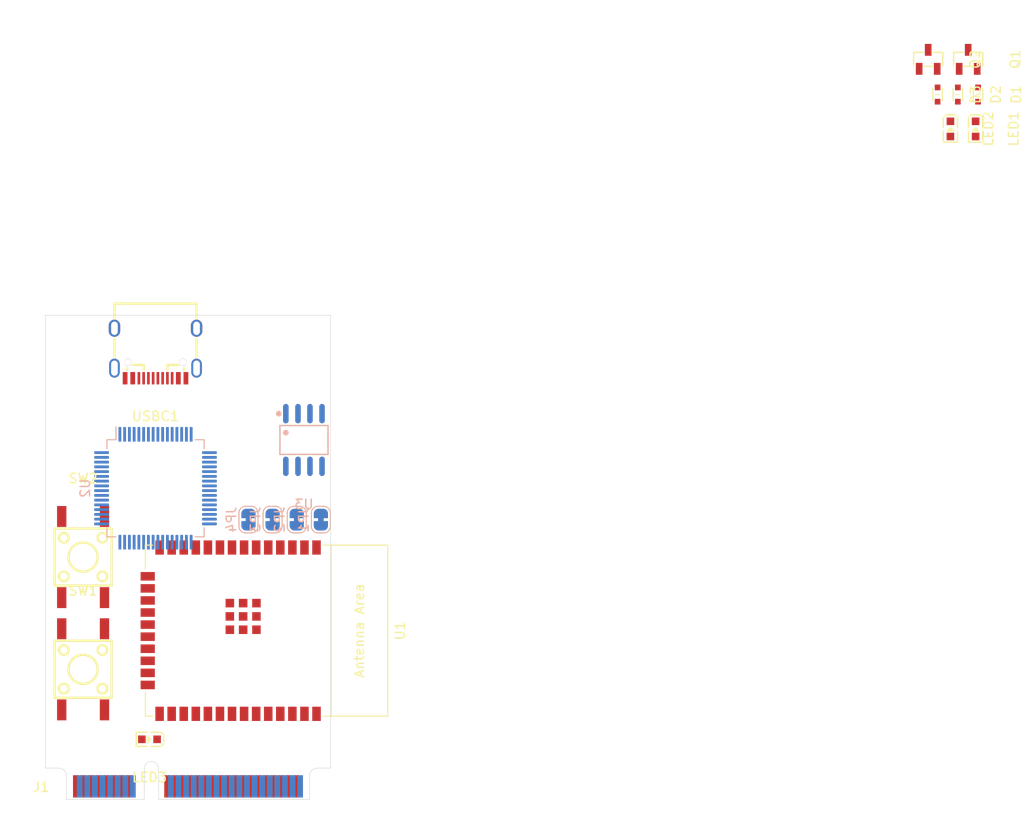
<source format=kicad_pcb>
(kicad_pcb (version 20221018) (generator pcbnew)
  (layers (0 "F.Cu" signal) (31 "B.Cu" signal) (34 "B.Paste" user) (35 "F.Paste" user) (36 "B.SilkS" user "B.Silkscreen") (37 "F.SilkS" user "F.Silkscreen") (38 "B.Mask" user) (39 "F.Mask" user) (44 "Edge.Cuts" user))
  (net 0 "")
  (net 1 "VBUS")
  (net 11 "D+")
  (net 12 "D-")
  (net 13 "FT_TCK")
  (net 20 "ESP_TCK")
  (net 22 "FT_TDI")
  (net 31 "ESP_TDI")
  (net 32 "FT_TDO")
  (net 35 "GND")
  (net 36 "Net-(U2-OSCI)")
  (net 37 "Net-(U2-OSCO)")
  (net 38 "ESP_TDO")
  (net 39 "FT_TMS")
  (net 40 "ESP_TMS")
  (net 41 "Net-(LED1-A)")
  (net 42 "Net-(LED1-C)")
  (net 43 "Net-(LED2-A)")
  (net 44 "Net-(LED2-C)")
  (net 45 "Net-(Q1-B)")
  (net 46 "FT_nRTS")
  (net 47 "ESP_EN")
  (net 48 "Net-(Q2-B)")
  (net 49 "FT_nDTR")
  (net 59 "ESP_IO0")
  (net 67 "ESP_RXD")
  (net 69 "ESP_TXD")
  (net 70 "Net-(U2-VPHY)")
  (net 75 "Net-(U2-REF)")
  (net 76 "Net-(U2-VPLL)")
  (net 79 "+1V8")
  (net 80 "Net-(U2-~{RESET})")
  (net 81 "+3V3")
  (net 84 "nSUSPEND")
  (net 85 "FT_TXD")
  (net 86 "FT_RXD")
  (net 87 "nPWRSAV")
  (net 88 "nPWREN")
  (net 89 "Net-(U2-EEDATA)")
  (net 90 "Net-(U2-EECLK)")
  (net 91 "Net-(U2-EECS)")
  (net 92 "Net-(USBC1-CC2)")
  (net 94 "Net-(USBC1-CC1)")
  (net 96 "Net-(LED3-A)")
  (net 97 "EECS")
  (net 98 "EECLK")
  (net 99 "EEDATA")
  (net 100 "Net-(U3-Q)")
  (net 101 "Net-(U3-DU)")
  (net 102 "Net-(U3-ORG)")
  (footprint "JLCPCB:SOD-523_L1.2-W0.8-LS1.6-BI" (layer "F.Cu") (at 198.115 82.145 -90)
    (fp_text reference "D3" (at 0 -4 90) (layer "F.SilkS"))
    (fp_text value "LESD5D5.0CT1G")
    (fp_line (start -0.65 -0.5) (end 0.65 -0.5) (stroke (width 0.13)) (layer "F.SilkS"))
    (fp_line (start -0.65 0.5) (end 0.65 0.5) (stroke (width 0.13)) (layer "F.SilkS"))
    (fp_line (start 0 -0.23) (end 0 0.25) (stroke (width 0.1)) (layer "F.SilkS"))
    (pad "1" smd rect (at -0.75 0 270) (size 0.6 0.6) (layers "F.Cu" "F.Paste" "F.Mask") (net 35 "GND"))
    (pad "2" smd rect (at 0.75 0 90) (size 0.6 0.6) (layers "F.Cu" "F.Paste" "F.Mask") (net 12 "D-"))
  )
  (footprint "JLCPCB:KEY-SMD_4P-L6.0-W6.0-P4.50-LS9.5-BL" (layer "F.Cu") (at 108.204 142.621)
    (fp_text reference "SW1" (at 0 -8.27) (layer "F.SilkS"))
    (fp_text value "K2-1102SP-C4SC-04")
    (fp_line (start -3 -3) (end 3 -3) (stroke (width 0.25)) (layer "F.SilkS"))
    (fp_line (start -3 3) (end -3 -3) (stroke (width 0.25)) (layer "F.SilkS"))
    (fp_line (start 3 -3) (end 3 3) (stroke (width 0.25)) (layer "F.SilkS"))
    (fp_line (start 3 3) (end -3 3) (stroke (width 0.25)) (layer "F.SilkS"))
    (fp_circle (center -2.03 -2.03) (end -1.52 -2.03) (stroke (width 0.25)) (fill none) (layer "F.SilkS"))
    (fp_circle (center -2.03 2.03) (end -1.52 2.03) (stroke (width 0.25)) (fill none) (layer "F.SilkS"))
    (fp_circle (center 0 0) (end 1.53 0) (stroke (width 0.25)) (fill none) (layer "F.SilkS"))
    (fp_circle (center 2.03 -2.03) (end 2.54 -2.03) (stroke (width 0.25)) (fill none) (layer "F.SilkS"))
    (fp_circle (center 2.03 2.03) (end 2.54 2.03) (stroke (width 0.25)) (fill none) (layer "F.SilkS"))
    (pad "1" smd rect (at -2.25 4.27) (size 0.98 2.2) (layers "F.Cu" "F.Paste" "F.Mask"))
    (pad "2" smd rect (at -2.25 -4.27) (size 0.98 2.2) (layers "F.Cu" "F.Paste" "F.Mask") (net 59 "ESP_IO0"))
    (pad "3" smd rect (at 2.25 4.27) (size 0.98 2.2) (layers "F.Cu" "F.Paste" "F.Mask"))
    (pad "4" smd rect (at 2.25 -4.27) (size 0.98 2.2) (layers "F.Cu" "F.Paste" "F.Mask") (net 35 "GND"))
  )
  (footprint "JLCPCB:LED0603-RD" (layer "F.Cu") (at 199.465 85.76 -90)
    (fp_text reference "LED2" (at 0 -4 90) (layer "F.SilkS"))
    (fp_text value "19-217/BHC-ZL1M2RY/3T")
    (fp_line (start -1.49 -0.45) (end -1.19 -0.75) (stroke (width 0.15)) (layer "F.SilkS"))
    (fp_line (start -1.49 -0.35) (end -1.49 -0.45) (stroke (width 0.15)) (layer "F.SilkS"))
    (fp_line (start -1.49 -0.35) (end -1.49 0.35) (stroke (width 0.15)) (layer "F.SilkS"))
    (fp_line (start -1.49 0.35) (end -1.49 0.45) (stroke (width 0.15)) (layer "F.SilkS"))
    (fp_line (start -1.49 0.45) (end -1.19 0.75) (stroke (width 0.15)) (layer "F.SilkS"))
    (fp_line (start -0.14 -0.75) (end -1.19 -0.75) (stroke (width 0.15)) (layer "F.SilkS"))
    (fp_line (start -0.14 0.75) (end -1.19 0.75) (stroke (width 0.15)) (layer "F.SilkS"))
    (fp_line (start 0.21 0.33) (end -0.12 0) (stroke (width 0.15)) (layer "F.SilkS"))
    (fp_line (start 0.22 -0.35) (end 0.22 -0.34) (stroke (width 0.15)) (layer "F.SilkS"))
    (fp_line (start 0.22 -0.35) (end 0.22 0.33) (stroke (width 0.15)) (layer "F.SilkS"))
    (fp_line (start 0.22 -0.34) (end -0.12 0) (stroke (width 0.15)) (layer "F.SilkS"))
    (fp_line (start 0.22 0) (end -0.12 0) (stroke (width 0.15)) (layer "F.SilkS"))
    (fp_line (start 0.22 0.33) (end 0.21 0.33) (stroke (width 0.15)) (layer "F.SilkS"))
    (fp_line (start 0.24 -0.75) (end 1.39 -0.75) (stroke (width 0.15)) (layer "F.SilkS"))
    (fp_line (start 0.24 0.75) (end 1.39 0.75) (stroke (width 0.15)) (layer "F.SilkS"))
    (fp_line (start 1.39 -0.75) (end 1.39 0.73) (stroke (width 0.15)) (layer "F.SilkS"))
    (pad "1" smd rect (at -0.8 0) (size 0.8 0.8) (layers "F.Cu" "F.Paste" "F.Mask") (net 44 "Net-(LED2-C)"))
    (pad "2" smd rect (at 0.8 0) (size 0.8 0.8) (layers "F.Cu" "F.Paste" "F.Mask") (net 43 "Net-(LED2-A)"))
  )
  (footprint "JLCPCB:LED0603-RD" (layer "F.Cu") (at 115.189 149.987 180)
    (fp_text reference "LED3" (at 0 -4) (layer "F.SilkS"))
    (fp_text value "19-217/BHC-ZL1M2RY/3T")
    (fp_line (start -1.49 -0.45) (end -1.19 -0.75) (stroke (width 0.15)) (layer "F.SilkS"))
    (fp_line (start -1.49 -0.35) (end -1.49 -0.45) (stroke (width 0.15)) (layer "F.SilkS"))
    (fp_line (start -1.49 -0.35) (end -1.49 0.35) (stroke (width 0.15)) (layer "F.SilkS"))
    (fp_line (start -1.49 0.35) (end -1.49 0.45) (stroke (width 0.15)) (layer "F.SilkS"))
    (fp_line (start -1.49 0.45) (end -1.19 0.75) (stroke (width 0.15)) (layer "F.SilkS"))
    (fp_line (start -0.14 -0.75) (end -1.19 -0.75) (stroke (width 0.15)) (layer "F.SilkS"))
    (fp_line (start -0.14 0.75) (end -1.19 0.75) (stroke (width 0.15)) (layer "F.SilkS"))
    (fp_line (start 0.21 0.33) (end -0.12 0) (stroke (width 0.15)) (layer "F.SilkS"))
    (fp_line (start 0.22 -0.35) (end 0.22 -0.34) (stroke (width 0.15)) (layer "F.SilkS"))
    (fp_line (start 0.22 -0.35) (end 0.22 0.33) (stroke (width 0.15)) (layer "F.SilkS"))
    (fp_line (start 0.22 -0.34) (end -0.12 0) (stroke (width 0.15)) (layer "F.SilkS"))
    (fp_line (start 0.22 0) (end -0.12 0) (stroke (width 0.15)) (layer "F.SilkS"))
    (fp_line (start 0.22 0.33) (end 0.21 0.33) (stroke (width 0.15)) (layer "F.SilkS"))
    (fp_line (start 0.24 -0.75) (end 1.39 -0.75) (stroke (width 0.15)) (layer "F.SilkS"))
    (fp_line (start 0.24 0.75) (end 1.39 0.75) (stroke (width 0.15)) (layer "F.SilkS"))
    (fp_line (start 1.39 -0.75) (end 1.39 0.73) (stroke (width 0.15)) (layer "F.SilkS"))
    (pad "1" smd rect (at -0.8 0 270) (size 0.8 0.8) (layers "F.Cu" "F.Paste" "F.Mask") (net 59 "ESP_IO0"))
    (pad "2" smd rect (at 0.8 0 270) (size 0.8 0.8) (layers "F.Cu" "F.Paste" "F.Mask") (net 96 "Net-(LED3-A)"))
  )
  (footprint "JLCPCB:LED0603-RD" (layer "F.Cu") (at 202.115 85.76 -90)
    (fp_text reference "LED1" (at 0 -4 90) (layer "F.SilkS"))
    (fp_text value "19-217/BHC-ZL1M2RY/3T")
    (fp_line (start -1.49 -0.45) (end -1.19 -0.75) (stroke (width 0.15)) (layer "F.SilkS"))
    (fp_line (start -1.49 -0.35) (end -1.49 -0.45) (stroke (width 0.15)) (layer "F.SilkS"))
    (fp_line (start -1.49 -0.35) (end -1.49 0.35) (stroke (width 0.15)) (layer "F.SilkS"))
    (fp_line (start -1.49 0.35) (end -1.49 0.45) (stroke (width 0.15)) (layer "F.SilkS"))
    (fp_line (start -1.49 0.45) (end -1.19 0.75) (stroke (width 0.15)) (layer "F.SilkS"))
    (fp_line (start -0.14 -0.75) (end -1.19 -0.75) (stroke (width 0.15)) (layer "F.SilkS"))
    (fp_line (start -0.14 0.75) (end -1.19 0.75) (stroke (width 0.15)) (layer "F.SilkS"))
    (fp_line (start 0.21 0.33) (end -0.12 0) (stroke (width 0.15)) (layer "F.SilkS"))
    (fp_line (start 0.22 -0.35) (end 0.22 -0.34) (stroke (width 0.15)) (layer "F.SilkS"))
    (fp_line (start 0.22 -0.35) (end 0.22 0.33) (stroke (width 0.15)) (layer "F.SilkS"))
    (fp_line (start 0.22 -0.34) (end -0.12 0) (stroke (width 0.15)) (layer "F.SilkS"))
    (fp_line (start 0.22 0) (end -0.12 0) (stroke (width 0.15)) (layer "F.SilkS"))
    (fp_line (start 0.22 0.33) (end 0.21 0.33) (stroke (width 0.15)) (layer "F.SilkS"))
    (fp_line (start 0.24 -0.75) (end 1.39 -0.75) (stroke (width 0.15)) (layer "F.SilkS"))
    (fp_line (start 0.24 0.75) (end 1.39 0.75) (stroke (width 0.15)) (layer "F.SilkS"))
    (fp_line (start 1.39 -0.75) (end 1.39 0.73) (stroke (width 0.15)) (layer "F.SilkS"))
    (pad "1" smd rect (at -0.8 0) (size 0.8 0.8) (layers "F.Cu" "F.Paste" "F.Mask") (net 42 "Net-(LED1-C)"))
    (pad "2" smd rect (at 0.8 0) (size 0.8 0.8) (layers "F.Cu" "F.Paste" "F.Mask") (net 41 "Net-(LED1-A)"))
  )
  (footprint "Espressif:ESP32-WROOM-32E" (layer "F.Cu") (at 125.754 138.557 -90)
    (fp_text reference "U1" (at 0 -15.8 90) (layer "F.SilkS"))
    (fp_text value "ESP32-WROOM-E")
    (fp_text user "Antenna Area" (at 0 -11.5 90) (layer "F.SilkS"))
    (fp_line (start -9 -14.5) (end -9 -7.75) (stroke (width 0.12)) (layer "F.SilkS"))
    (fp_line (start -9 -14.5) (end 9 -14.5) (stroke (width 0.12)) (layer "F.SilkS"))
    (fp_line (start -9 10.25) (end -9 11) (stroke (width 0.12)) (layer "F.SilkS"))
    (fp_line (start -9 11) (end -8.25 11) (stroke (width 0.12)) (layer "F.SilkS"))
    (fp_line (start -8.25 11) (end -6.5 11) (stroke (width 0.12)) (layer "F.SilkS"))
    (fp_line (start 8.25 11) (end 6.5 11) (stroke (width 0.12)) (layer "F.SilkS"))
    (fp_line (start 9 -14.5) (end 9 -7.75) (stroke (width 0.12)) (layer "F.SilkS"))
    (fp_line (start 9 -8.56) (end -9 -8.56) (stroke (width 0.12)) (layer "F.SilkS"))
    (fp_line (start 9 10.25) (end 9 11) (stroke (width 0.12)) (layer "F.SilkS"))
    (fp_line (start 9 11) (end 8.25 11) (stroke (width 0.12)) (layer "F.SilkS"))
    (pad "1" smd rect (at -8.75 -7.01 270) (size 1.5 0.9) (layers "F.Cu" "F.Paste" "F.Mask") (net 35 "GND"))
    (pad "2" smd rect (at -8.75 -5.74 270) (size 1.5 0.9) (layers "F.Cu" "F.Paste" "F.Mask") (net 81 "+3V3"))
    (pad "3" smd rect (at -8.75 -4.47 270) (size 1.5 0.9) (layers "F.Cu" "F.Paste" "F.Mask") (net 47 "ESP_EN"))
    (pad "4" smd rect (at -8.75 -3.2 270) (size 1.5 0.9) (layers "F.Cu" "F.Paste" "F.Mask"))
    (pad "5" smd rect (at -8.75 -1.93 270) (size 1.5 0.9) (layers "F.Cu" "F.Paste" "F.Mask"))
    (pad "6" smd rect (at -8.75 -0.66 270) (size 1.5 0.9) (layers "F.Cu" "F.Paste" "F.Mask"))
    (pad "7" smd rect (at -8.75 0.61 270) (size 1.5 0.9) (layers "F.Cu" "F.Paste" "F.Mask"))
    (pad "8" smd rect (at -8.75 1.88 270) (size 1.5 0.9) (layers "F.Cu" "F.Paste" "F.Mask"))
    (pad "9" smd rect (at -8.75 3.15 270) (size 1.5 0.9) (layers "F.Cu" "F.Paste" "F.Mask"))
    (pad "10" smd rect (at -8.75 4.42 270) (size 1.5 0.9) (layers "F.Cu" "F.Paste" "F.Mask"))
    (pad "11" smd rect (at -8.75 5.69 270) (size 1.5 0.9) (layers "F.Cu" "F.Paste" "F.Mask"))
    (pad "12" smd rect (at -8.75 6.96 270) (size 1.5 0.9) (layers "F.Cu" "F.Paste" "F.Mask"))
    (pad "13" smd rect (at -8.75 8.23 270) (size 1.5 0.9) (layers "F.Cu" "F.Paste" "F.Mask") (net 40 "ESP_TMS"))
    (pad "14" smd rect (at -8.75 9.5 270) (size 1.5 0.9) (layers "F.Cu" "F.Paste" "F.Mask") (net 31 "ESP_TDI"))
    (pad "15" smd rect (at -5.72 10.75) (size 1.5 0.9) (layers "F.Cu" "F.Paste" "F.Mask") (net 35 "GND"))
    (pad "16" smd rect (at -4.45 10.75) (size 1.5 0.9) (layers "F.Cu" "F.Paste" "F.Mask") (net 20 "ESP_TCK"))
    (pad "17" smd rect (at -3.18 10.75) (size 1.5 0.9) (layers "F.Cu" "F.Paste" "F.Mask"))
    (pad "18" smd rect (at -1.91 10.75) (size 1.5 0.9) (layers "F.Cu" "F.Paste" "F.Mask"))
    (pad "19" smd rect (at -0.64 10.75) (size 1.5 0.9) (layers "F.Cu" "F.Paste" "F.Mask"))
    (pad "20" smd rect (at 0.63 10.75) (size 1.5 0.9) (layers "F.Cu" "F.Paste" "F.Mask"))
    (pad "21" smd rect (at 1.9 10.75) (size 1.5 0.9) (layers "F.Cu" "F.Paste" "F.Mask"))
    (pad "22" smd rect (at 3.17 10.75) (size 1.5 0.9) (layers "F.Cu" "F.Paste" "F.Mask"))
    (pad "23" smd rect (at 4.44 10.75) (size 1.5 0.9) (layers "F.Cu" "F.Paste" "F.Mask") (net 38 "ESP_TDO"))
    (pad "24" smd rect (at 5.71 10.75) (size 1.5 0.9) (layers "F.Cu" "F.Paste" "F.Mask"))
    (pad "25" smd rect (at 8.75 9.5 90) (size 1.5 0.9) (layers "F.Cu" "F.Paste" "F.Mask") (net 59 "ESP_IO0"))
    (pad "26" smd rect (at 8.75 8.23 90) (size 1.5 0.9) (layers "F.Cu" "F.Paste" "F.Mask"))
    (pad "27" smd rect (at 8.75 6.96 90) (size 1.5 0.9) (layers "F.Cu" "F.Paste" "F.Mask"))
    (pad "28" smd rect (at 8.75 5.69 90) (size 1.5 0.9) (layers "F.Cu" "F.Paste" "F.Mask"))
    (pad "29" smd rect (at 8.75 4.42 90) (size 1.5 0.9) (layers "F.Cu" "F.Paste" "F.Mask"))
    (pad "30" smd rect (at 8.75 3.15 90) (size 1.5 0.9) (layers "F.Cu" "F.Paste" "F.Mask"))
    (pad "31" smd rect (at 8.75 1.88 90) (size 1.5 0.9) (layers "F.Cu" "F.Paste" "F.Mask"))
    (pad "32" smd rect (at 8.75 0.61 90) (size 1.5 0.9) (layers "F.Cu" "F.Paste" "F.Mask"))
    (pad "33" smd rect (at 8.75 -0.66 90) (size 1.5 0.9) (layers "F.Cu" "F.Paste" "F.Mask"))
    (pad "34" smd rect (at 8.75 -1.93 90) (size 1.5 0.9) (layers "F.Cu" "F.Paste" "F.Mask") (net 67 "ESP_RXD"))
    (pad "35" smd rect (at 8.75 -3.2 90) (size 1.5 0.9) (layers "F.Cu" "F.Paste" "F.Mask") (net 69 "ESP_TXD"))
    (pad "36" smd rect (at 8.75 -4.47 90) (size 1.5 0.9) (layers "F.Cu" "F.Paste" "F.Mask"))
    (pad "37" smd rect (at 8.75 -5.74 90) (size 1.5 0.9) (layers "F.Cu" "F.Paste" "F.Mask"))
    (pad "38" smd rect (at 8.75 -7.01 90) (size 1.5 0.9) (layers "F.Cu" "F.Paste" "F.Mask") (net 35 "GND"))
    (pad "39" smd rect (at -2.9 -0.69 90) (size 0.9 0.9) (layers "F.Cu" "F.Paste" "F.Mask") (net 35 "GND"))
    (pad "39" smd rect (at -2.9 0.71 90) (size 0.9 0.9) (layers "F.Cu" "F.Paste" "F.Mask") (net 35 "GND"))
    (pad "39" smd rect (at -2.9 2.11 90) (size 0.9 0.9) (layers "F.Cu" "F.Paste" "F.Mask") (net 35 "GND"))
    (pad "39" smd rect (at -1.5 -0.69 90) (size 0.9 0.9) (layers "F.Cu" "F.Paste" "F.Mask") (net 35 "GND"))
    (pad "39" smd rect (at -1.5 0.71 90) (size 0.9 0.9) (layers "F.Cu" "F.Paste" "F.Mask") (net 35 "GND"))
    (pad "39" smd rect (at -1.5 2.11 90) (size 0.9 0.9) (layers "F.Cu" "F.Paste" "F.Mask") (net 35 "GND"))
    (pad "39" smd rect (at -0.1 -0.69 90) (size 0.9 0.9) (layers "F.Cu" "F.Paste" "F.Mask") (net 35 "GND"))
    (pad "39" smd rect (at -0.1 0.71 90) (size 0.9 0.9) (layers "F.Cu" "F.Paste" "F.Mask") (net 35 "GND"))
    (pad "39" smd rect (at -0.1 2.11 90) (size 0.9 0.9) (layers "F.Cu" "F.Paste" "F.Mask") (net 35 "GND"))
  )
  (footprint "JLCPCB:SOD-523_L1.2-W0.8-LS1.6-BI" (layer "F.Cu") (at 200.245 82.145 -90)
    (fp_text reference "D2" (at 0 -4 90) (layer "F.SilkS"))
    (fp_text value "LESD5D5.0CT1G")
    (fp_line (start -0.65 -0.5) (end 0.65 -0.5) (stroke (width 0.13)) (layer "F.SilkS"))
    (fp_line (start -0.65 0.5) (end 0.65 0.5) (stroke (width 0.13)) (layer "F.SilkS"))
    (fp_line (start 0 -0.23) (end 0 0.25) (stroke (width 0.1)) (layer "F.SilkS"))
    (pad "1" smd rect (at -0.75 0 270) (size 0.6 0.6) (layers "F.Cu" "F.Paste" "F.Mask") (net 35 "GND"))
    (pad "2" smd rect (at 0.75 0 90) (size 0.6 0.6) (layers "F.Cu" "F.Paste" "F.Mask") (net 11 "D+"))
  )
  (footprint "JLCPCB:USB-C-SMD_TYPE-C-USB-17" (layer "F.Cu") (at 115.824 109.3635 180)
    (fp_text reference "USBC1" (at 0 -6.63) (layer "F.SilkS"))
    (fp_text value "USB3.1C16PFSMT")
    (fp_line (start -4.32 1.48) (end -4.32 -0.33) (stroke (width 0.25)) (layer "F.SilkS"))
    (fp_line (start -4.32 5.22) (end -4.32 3.75) (stroke (width 0.25)) (layer "F.SilkS"))
    (fp_line (start -3 -1.59) (end -3 -1.75) (stroke (width 0.25)) (layer "F.SilkS"))
    (fp_line (start -2.36 -1.23) (end -1.25 -1.23) (stroke (width 0.25)) (layer "F.SilkS"))
    (fp_line (start -1.25 -1.23) (end -1.25 -1.75) (stroke (width 0.25)) (layer "F.SilkS"))
    (fp_line (start 1.25 -1.23) (end 1.25 -1.75) (stroke (width 0.25)) (layer "F.SilkS"))
    (fp_line (start 1.25 -1.23) (end 2.36 -1.23) (stroke (width 0.25)) (layer "F.SilkS"))
    (fp_line (start 3 -1.59) (end 3 -1.75) (stroke (width 0.25)) (layer "F.SilkS"))
    (fp_line (start 4.32 1.48) (end 4.32 -0.33) (stroke (width 0.25)) (layer "F.SilkS"))
    (fp_line (start 4.32 5.22) (end -4.32 5.22) (stroke (width 0.25)) (layer "F.SilkS"))
    (fp_line (start 4.32 5.22) (end 4.32 3.75) (stroke (width 0.25)) (layer "F.SilkS"))
    (pad "" thru_hole circle (at -2.89 -0.96 180) (size 0.75 0.75) (drill 0.75) (layers "*.Cu" "*.Mask"))
    (pad "" thru_hole circle (at 2.89 -0.96 180) (size 0.75 0.75) (drill 0.75) (layers "*.Cu" "*.Mask"))
    (pad "0" thru_hole oval (at -4.32 -1.57 180) (size 1.1 2) (drill oval 0.700024 1.600022) (layers "*.Cu" "*.Paste" "*.Mask") (net 35 "GND"))
    (pad "0" thru_hole oval (at -4.32 2.63 180) (size 1.2 1.8) (drill oval 0.700024 1.399997) (layers "*.Cu" "*.Paste" "*.Mask") (net 35 "GND"))
    (pad "0" thru_hole oval (at 4.32 -1.57 180) (size 1.1 2) (drill oval 0.700024 1.599971) (layers "*.Cu" "*.Paste" "*.Mask") (net 35 "GND"))
    (pad "0" thru_hole oval (at 4.32 2.63 180) (size 1.2 1.8) (drill oval 0.700024 1.399997) (layers "*.Cu" "*.Paste" "*.Mask") (net 35 "GND"))
    (pad "A1" smd rect (at -3.2 -2.63 180) (size 0.5 1.3) (layers "F.Cu" "F.Paste" "F.Mask") (net 35 "GND"))
    (pad "A4" smd rect (at -2.4 -2.63 180) (size 0.5 1.3) (layers "F.Cu" "F.Paste" "F.Mask") (net 1 "VBUS"))
    (pad "A5" smd rect (at -1.25 -2.63 180) (size 0.28 1.3) (layers "F.Cu" "F.Paste" "F.Mask") (net 94 "Net-(USBC1-CC1)"))
    (pad "A6" smd rect (at -0.25 -2.63 180) (size 0.28 1.3) (layers "F.Cu" "F.Paste" "F.Mask") (net 11 "D+"))
    (pad "A7" smd rect (at 0.25 -2.63 180) (size 0.28 1.3) (layers "F.Cu" "F.Paste" "F.Mask") (net 12 "D-"))
    (pad "A8" smd rect (at 1.25 -2.63 180) (size 0.28 1.3) (layers "F.Cu" "F.Paste" "F.Mask"))
    (pad "A9" smd rect (at 2.4 -2.63 180) (size 0.5 1.3) (layers "F.Cu" "F.Paste" "F.Mask") (net 1 "VBUS"))
    (pad "A12" smd rect (at 3.2 -2.63 180) (size 0.5 1.3) (layers "F.Cu" "F.Paste" "F.Mask") (net 35 "GND"))
    (pad "B5" smd rect (at 1.75 -2.63 180) (size 0.28 1.3) (layers "F.Cu" "F.Paste" "F.Mask") (net 92 "Net-(USBC1-CC2)"))
    (pad "B6" smd rect (at 0.75 -2.63 180) (size 0.28 1.3) (layers "F.Cu" "F.Paste" "F.Mask") (net 11 "D+"))
    (pad "B7" smd rect (at -0.75 -2.63 180) (size 0.28 1.3) (layers "F.Cu" "F.Paste" "F.Mask") (net 12 "D-"))
    (pad "B8" smd rect (at -1.75 -2.63 180) (size 0.28 1.3) (layers "F.Cu" "F.Paste" "F.Mask"))
  )
  (footprint "mpcie:mini-PCIe_F1_Full" (layer "F.Cu") (at 115.392 156.315)
    (fp_text reference "J1" (at -11.6 -1.3) (layer "F.SilkS"))
    (fp_text value "Conn_02x26_Odd_Even")
    (fp_line (start -11.15 -50.95) (end 18.85 -50.95) (stroke (width 0.05)) (layer "Edge.Cuts"))
    (fp_line (start -11.15 -3.3) (end -11.15 -50.95) (stroke (width 0.05)) (layer "Edge.Cuts"))
    (fp_line (start -11.15 -3.3) (end -9.75 -3.3) (stroke (width 0.05)) (layer "Edge.Cuts"))
    (fp_line (start -8.95 0) (end -8.95 -2.5) (stroke (width 0.05)) (layer "Edge.Cuts"))
    (fp_line (start -0.75 0) (end -8.95 0) (stroke (width 0.05)) (layer "Edge.Cuts"))
    (fp_line (start -0.75 0) (end -0.75 -3.25) (stroke (width 0.05)) (layer "Edge.Cuts"))
    (fp_line (start 0.75 0) (end 0.75 -3.25) (stroke (width 0.05)) (layer "Edge.Cuts"))
    (fp_line (start 0.75 0) (end 16.65 0) (stroke (width 0.05)) (layer "Edge.Cuts"))
    (fp_line (start 16.65 0) (end 16.65 -2.5) (stroke (width 0.05)) (layer "Edge.Cuts"))
    (fp_line (start 17.45 -3.3) (end 18.85 -3.3) (stroke (width 0.05)) (layer "Edge.Cuts"))
    (fp_line (start 18.85 -3.3) (end 18.85 -50.95) (stroke (width 0.05)) (layer "Edge.Cuts"))
    (fp_arc (start -9.75 -3.3) (mid -9.184315 -3.065685) (end -8.95 -2.5) (stroke (width 0.05)) (layer "Edge.Cuts"))
    (fp_arc (start -0.75 -3.25) (mid 0 -4) (end 0.75 -3.25) (stroke (width 0.05)) (layer "Edge.Cuts"))
    (fp_arc (start 16.65 -2.5) (mid 16.884315 -3.065685) (end 17.45 -3.3) (stroke (width 0.05)) (layer "Edge.Cuts"))
    (pad "" np_thru_hole circle (at -8.25 -48.05) (size 2.6 2.6) (drill 2.6) (layers "*.Cu"))
    (pad "" np_thru_hole circle (at 15.95 -48.05) (size 2.6 2.6) (drill 2.6) (layers "*.Cu"))
    (pad "1" smd rect (at -7.95 -1.375) (size 0.6 2.35) (layers "F.Cu" "F.Mask"))
    (pad "2" smd rect (at -7.55 -1.375) (size 0.6 2.35) (layers "B.Cu" "B.Mask"))
    (pad "3" smd rect (at -7.15 -1.375) (size 0.6 2.35) (layers "F.Cu" "F.Mask"))
    (pad "4" smd rect (at -6.75 -1.375) (size 0.6 2.35) (layers "B.Cu" "B.Mask"))
    (pad "5" smd rect (at -6.35 -1.375) (size 0.6 2.35) (layers "F.Cu" "F.Mask"))
    (pad "6" smd rect (at -5.95 -1.375) (size 0.6 2.35) (layers "B.Cu" "B.Mask"))
    (pad "7" smd rect (at -5.55 -1.375) (size 0.6 2.35) (layers "F.Cu" "F.Mask"))
    (pad "8" smd rect (at -5.15 -1.375) (size 0.6 2.35) (layers "B.Cu" "B.Mask"))
    (pad "9" smd rect (at -4.75 -1.375) (size 0.6 2.35) (layers "F.Cu" "F.Mask"))
    (pad "10" smd rect (at -4.35 -1.375) (size 0.6 2.35) (layers "B.Cu" "B.Mask"))
    (pad "11" smd rect (at -3.95 -1.375) (size 0.6 2.35) (layers "F.Cu" "F.Mask"))
    (pad "12" smd rect (at -3.55 -1.375) (size 0.6 2.35) (layers "B.Cu" "B.Mask"))
    (pad "13" smd rect (at -3.15 -1.375) (size 0.6 2.35) (layers "F.Cu" "F.Mask"))
    (pad "14" smd rect (at -2.75 -1.375) (size 0.6 2.35) (layers "B.Cu" "B.Mask"))
    (pad "15" smd rect (at -2.35 -1.375) (size 0.6 2.35) (layers "F.Cu" "F.Mask"))
    (pad "16" smd rect (at -1.95 -1.375) (size 0.6 2.35) (layers "B.Cu" "B.Mask"))
    (pad "17" smd rect (at 1.65 -1.375) (size 0.6 2.35) (layers "F.Cu" "F.Mask"))
    (pad "18" smd rect (at 2.05 -1.375) (size 0.6 2.35) (layers "B.Cu" "B.Mask"))
    (pad "19" smd rect (at 2.45 -1.375) (size 0.6 2.35) (layers "F.Cu" "F.Mask"))
    (pad "20" smd rect (at 2.85 -1.375) (size 0.6 2.35) (layers "B.Cu" "B.Mask"))
    (pad "21" smd rect (at 3.25 -1.375) (size 0.6 2.35) (layers "F.Cu" "F.Mask"))
    (pad "22" smd rect (at 3.65 -1.375) (size 0.6 2.35) (layers "B.Cu" "B.Mask"))
    (pad "23" smd rect (at 4.05 -1.375) (size 0.6 2.35) (layers "F.Cu" "F.Mask"))
    (pad "24" smd rect (at 4.45 -1.375) (size 0.6 2.35) (layers "B.Cu" "B.Mask"))
    (pad "25" smd rect (at 4.85 -1.375) (size 0.6 2.35) (layers "F.Cu" "F.Mask"))
    (pad "26" smd rect (at 5.25 -1.375) (size 0.6 2.35) (layers "B.Cu" "B.Mask"))
    (pad "27" smd rect (at 5.65 -1.375) (size 0.6 2.35) (layers "F.Cu" "F.Mask"))
    (pad "28" smd rect (at 6.05 -1.375) (size 0.6 2.35) (layers "B.Cu" "B.Mask"))
    (pad "29" smd rect (at 6.45 -1.375) (size 0.6 2.35) (layers "F.Cu" "F.Mask"))
    (pad "30" smd rect (at 6.85 -1.375) (size 0.6 2.35) (layers "B.Cu" "B.Mask"))
    (pad "31" smd rect (at 7.25 -1.375) (size 0.6 2.35) (layers "F.Cu" "F.Mask"))
    (pad "32" smd rect (at 7.65 -1.375) (size 0.6 2.35) (layers "B.Cu" "B.Mask"))
    (pad "33" smd rect (at 8.05 -1.375) (size 0.6 2.35) (layers "F.Cu" "F.Mask"))
    (pad "34" smd rect (at 8.45 -1.375) (size 0.6 2.35) (layers "B.Cu" "B.Mask"))
    (pad "35" smd rect (at 8.85 -1.375) (size 0.6 2.35) (layers "F.Cu" "F.Mask"))
    (pad "36" smd rect (at 9.25 -1.375) (size 0.6 2.35) (layers "B.Cu" "B.Mask"))
    (pad "37" smd rect (at 9.65 -1.375) (size 0.6 2.35) (layers "F.Cu" "F.Mask"))
    (pad "38" smd rect (at 10.05 -1.375) (size 0.6 2.35) (layers "B.Cu" "B.Mask"))
    (pad "39" smd rect (at 10.45 -1.375) (size 0.6 2.35) (layers "F.Cu" "F.Mask"))
    (pad "40" smd rect (at 10.85 -1.375) (size 0.6 2.35) (layers "B.Cu" "B.Mask"))
    (pad "41" smd rect (at 11.25 -1.375) (size 0.6 2.35) (layers "F.Cu" "F.Mask"))
    (pad "42" smd rect (at 11.65 -1.375) (size 0.6 2.35) (layers "B.Cu" "B.Mask"))
    (pad "43" smd rect (at 12.05 -1.375) (size 0.6 2.35) (layers "F.Cu" "F.Mask"))
    (pad "44" smd rect (at 12.45 -1.375) (size 0.6 2.35) (layers "B.Cu" "B.Mask"))
    (pad "45" smd rect (at 12.85 -1.375) (size 0.6 2.35) (layers "F.Cu" "F.Mask"))
    (pad "46" smd rect (at 13.25 -1.375) (size 0.6 2.35) (layers "B.Cu" "B.Mask"))
    (pad "47" smd rect (at 13.65 -1.375) (size 0.6 2.35) (layers "F.Cu" "F.Mask"))
    (pad "48" smd rect (at 14.05 -1.375) (size 0.6 2.35) (layers "B.Cu" "B.Mask"))
    (pad "49" smd rect (at 14.45 -1.375) (size 0.6 2.35) (layers "F.Cu" "F.Mask"))
    (pad "50" smd rect (at 14.85 -1.375) (size 0.6 2.35) (layers "B.Cu" "B.Mask"))
    (pad "51" smd rect (at 15.25 -1.375) (size 0.6 2.35) (layers "F.Cu" "F.Mask"))
    (pad "52" smd rect (at 15.65 -1.375) (size 0.6 2.35) (layers "B.Cu" "B.Mask"))
  )
  (footprint "JLCPCB:SOT-23-3_L2.9-W1.3-P1.90-LS2.4-BR" (layer "F.Cu") (at 197.125 78.44 -90)
    (fp_text reference "Q2" (at 0 -4.95 90) (layer "F.SilkS"))
    (fp_text value "S8050_C139514")
    (fp_line (start -0.73 -1.53) (end -0.73 -0.49) (stroke (width 0.15)) (layer "F.SilkS"))
    (fp_line (start -0.73 1.53) (end -0.73 0.49) (stroke (width 0.15)) (layer "F.SilkS"))
    (fp_line (start 0.73 -1.53) (end -0.73 -1.53) (stroke (width 0.15)) (layer "F.SilkS"))
    (fp_line (start 0.73 -0.46) (end 0.73 0.46) (stroke (width 0.15)) (layer "F.SilkS"))
    (fp_line (start 0.73 1.53) (end -0.73 1.53) (stroke (width 0.15)) (layer "F.SilkS"))
    (pad "1" smd rect (at 1 0.95 270) (size 1.25 0.7) (layers "F.Cu" "F.Paste" "F.Mask") (net 48 "Net-(Q2-B)"))
    (pad "2" smd rect (at 1 -0.95 270) (size 1.25 0.7) (layers "F.Cu" "F.Paste" "F.Mask") (net 49 "FT_nDTR"))
    (pad "3" smd rect (at -1 0 270) (size 1.25 0.7) (layers "F.Cu" "F.Paste" "F.Mask") (net 59 "ESP_IO0"))
  )
  (footprint "JLCPCB:KEY-SMD_4P-L6.0-W6.0-P4.50-LS9.5-BL" (layer "F.Cu") (at 108.204 130.81)
    (fp_text reference "SW2" (at 0 -8.27) (layer "F.SilkS"))
    (fp_text value "K2-1102SP-C4SC-04")
    (fp_line (start -3 -3) (end 3 -3) (stroke (width 0.25)) (layer "F.SilkS"))
    (fp_line (start -3 3) (end -3 -3) (stroke (width 0.25)) (layer "F.SilkS"))
    (fp_line (start 3 -3) (end 3 3) (stroke (width 0.25)) (layer "F.SilkS"))
    (fp_line (start 3 3) (end -3 3) (stroke (width 0.25)) (layer "F.SilkS"))
    (fp_circle (center -2.03 -2.03) (end -1.52 -2.03) (stroke (width 0.25)) (fill none) (layer "F.SilkS"))
    (fp_circle (center -2.03 2.03) (end -1.52 2.03) (stroke (width 0.25)) (fill none) (layer "F.SilkS"))
    (fp_circle (center 0 0) (end 1.53 0) (stroke (width 0.25)) (fill none) (layer "F.SilkS"))
    (fp_circle (center 2.03 -2.03) (end 2.54 -2.03) (stroke (width 0.25)) (fill none) (layer "F.SilkS"))
    (fp_circle (center 2.03 2.03) (end 2.54 2.03) (stroke (width 0.25)) (fill none) (layer "F.SilkS"))
    (pad "1" smd rect (at -2.25 4.27) (size 0.98 2.2) (layers "F.Cu" "F.Paste" "F.Mask"))
    (pad "2" smd rect (at -2.25 -4.27) (size 0.98 2.2) (layers "F.Cu" "F.Paste" "F.Mask") (net 47 "ESP_EN"))
    (pad "3" smd rect (at 2.25 4.27) (size 0.98 2.2) (layers "F.Cu" "F.Paste" "F.Mask"))
    (pad "4" smd rect (at 2.25 -4.27) (size 0.98 2.2) (layers "F.Cu" "F.Paste" "F.Mask") (net 35 "GND"))
  )
  (footprint "JLCPCB:SOD-523_L1.2-W0.8-LS1.6-BI" (layer "F.Cu") (at 202.375 82.145 -90)
    (fp_text reference "D1" (at 0 -4 90) (layer "F.SilkS"))
    (fp_text value "LESD5D5.0CT1G")
    (fp_line (start -0.65 -0.5) (end 0.65 -0.5) (stroke (width 0.13)) (layer "F.SilkS"))
    (fp_line (start -0.65 0.5) (end 0.65 0.5) (stroke (width 0.13)) (layer "F.SilkS"))
    (fp_line (start 0 -0.23) (end 0 0.25) (stroke (width 0.1)) (layer "F.SilkS"))
    (pad "1" smd rect (at -0.75 0 270) (size 0.6 0.6) (layers "F.Cu" "F.Paste" "F.Mask") (net 35 "GND"))
    (pad "2" smd rect (at 0.75 0 90) (size 0.6 0.6) (layers "F.Cu" "F.Paste" "F.Mask") (net 1 "VBUS"))
  )
  (footprint "JLCPCB:SOT-23-3_L2.9-W1.3-P1.90-LS2.4-BR" (layer "F.Cu") (at 201.335 78.44 -90)
    (fp_text reference "Q1" (at 0 -4.95 90) (layer "F.SilkS"))
    (fp_text value "S8050_C139514")
    (fp_line (start -0.73 -1.53) (end -0.73 -0.49) (stroke (width 0.15)) (layer "F.SilkS"))
    (fp_line (start -0.73 1.53) (end -0.73 0.49) (stroke (width 0.15)) (layer "F.SilkS"))
    (fp_line (start 0.73 -1.53) (end -0.73 -1.53) (stroke (width 0.15)) (layer "F.SilkS"))
    (fp_line (start 0.73 -0.46) (end 0.73 0.46) (stroke (width 0.15)) (layer "F.SilkS"))
    (fp_line (start 0.73 1.53) (end -0.73 1.53) (stroke (width 0.15)) (layer "F.SilkS"))
    (pad "1" smd rect (at 1 0.95 270) (size 1.25 0.7) (layers "F.Cu" "F.Paste" "F.Mask") (net 45 "Net-(Q1-B)"))
    (pad "2" smd rect (at 1 -0.95 270) (size 1.25 0.7) (layers "F.Cu" "F.Paste" "F.Mask") (net 46 "FT_nRTS"))
    (pad "3" smd rect (at -1 0 270) (size 1.25 0.7) (layers "F.Cu" "F.Paste" "F.Mask") (net 47 "ESP_EN"))
  )
  (footprint "Jumper:SolderJumper-2_P1.3mm_Bridged_RoundedPad1.0x1.5mm" (layer "B.Cu") (at 128.143 126.873 -90)
    (fp_text reference "JP3" (at 0 1.8 90) (layer "B.SilkS") (effects (justify mirror)))
    (fp_text value "SolderJumper_2_Bridged")
    (fp_poly (pts (xy 0.25 0.3) (xy -0.25 0.3) (xy -0.25 -0.3) (xy 0.25 -0.3)) (fill solid) (layer "B.Cu"))
    (fp_line (start -1.4 -0.3) (end -1.4 0.3) (stroke (width 0.12)) (layer "B.SilkS"))
    (fp_line (start -0.7 1) (end 0.7 1) (stroke (width 0.12)) (layer "B.SilkS"))
    (fp_line (start 0.7 -1) (end -0.7 -1) (stroke (width 0.12)) (layer "B.SilkS"))
    (fp_line (start 1.4 0.3) (end 1.4 -0.3) (stroke (width 0.12)) (layer "B.SilkS"))
    (fp_arc (start -1.4 -0.3) (mid -1.194975 -0.794975) (end -0.7 -1) (stroke (width 0.12)) (layer "B.SilkS"))
    (fp_arc (start -0.7 1) (mid -1.194975 0.794975) (end -1.4 0.3) (stroke (width 0.12)) (layer "B.SilkS"))
    (fp_arc (start 0.7 -1) (mid 1.194975 -0.794975) (end 1.4 -0.3) (stroke (width 0.12)) (layer "B.SilkS"))
    (fp_arc (start 1.4 0.3) (mid 1.194975 0.794975) (end 0.7 1) (stroke (width 0.12)) (layer "B.SilkS"))
    (pad "1" smd custom (at -0.65 0 270) (size 1 0.5) (layers "B.Cu" "B.Mask") (net 32 "FT_TDO") (options (clearance outline) (anchor rect)) (primitives (gr_circle (center 0 -0.25) (end 0.5 -0.25) (width 0) (fill yes)) (gr_circle (center 0 0.25) (end 0.5 0.25) (width 0) (fill yes)) (gr_poly (pts (xy 0.5 -0.75) (xy 0 -0.75) (xy 0 0.75) (xy 0.5 0.75)) (width 0) (fill yes))))
    (pad "2" smd custom (at 0.65 0 270) (size 1 0.5) (layers "B.Cu" "B.Mask") (net 38 "ESP_TDO") (options (clearance outline) (anchor rect)) (primitives (gr_circle (center 0 -0.25) (end 0.5 -0.25) (width 0) (fill yes)) (gr_circle (center 0 0.25) (end 0.5 0.25) (width 0) (fill yes)) (gr_poly (pts (xy 0 -0.75) (xy -0.5 -0.75) (xy -0.5 0.75) (xy 0 0.75)) (width 0) (fill yes))))
  )
  (footprint "Jumper:SolderJumper-2_P1.3mm_Bridged_RoundedPad1.0x1.5mm" (layer "B.Cu") (at 125.603 126.873 -90)
    (fp_text reference "JP4" (at 0 1.8 90) (layer "B.SilkS") (effects (justify mirror)))
    (fp_text value "SolderJumper_2_Bridged")
    (fp_poly (pts (xy 0.25 0.3) (xy -0.25 0.3) (xy -0.25 -0.3) (xy 0.25 -0.3)) (fill solid) (layer "B.Cu"))
    (fp_line (start -1.4 -0.3) (end -1.4 0.3) (stroke (width 0.12)) (layer "B.SilkS"))
    (fp_line (start -0.7 1) (end 0.7 1) (stroke (width 0.12)) (layer "B.SilkS"))
    (fp_line (start 0.7 -1) (end -0.7 -1) (stroke (width 0.12)) (layer "B.SilkS"))
    (fp_line (start 1.4 0.3) (end 1.4 -0.3) (stroke (width 0.12)) (layer "B.SilkS"))
    (fp_arc (start -1.4 -0.3) (mid -1.194975 -0.794975) (end -0.7 -1) (stroke (width 0.12)) (layer "B.SilkS"))
    (fp_arc (start -0.7 1) (mid -1.194975 0.794975) (end -1.4 0.3) (stroke (width 0.12)) (layer "B.SilkS"))
    (fp_arc (start 0.7 -1) (mid 1.194975 -0.794975) (end 1.4 -0.3) (stroke (width 0.12)) (layer "B.SilkS"))
    (fp_arc (start 1.4 0.3) (mid 1.194975 0.794975) (end 0.7 1) (stroke (width 0.12)) (layer "B.SilkS"))
    (pad "1" smd custom (at -0.65 0 270) (size 1 0.5) (layers "B.Cu" "B.Mask") (net 39 "FT_TMS") (options (clearance outline) (anchor rect)) (primitives (gr_circle (center 0 -0.25) (end 0.5 -0.25) (width 0) (fill yes)) (gr_circle (center 0 0.25) (end 0.5 0.25) (width 0) (fill yes)) (gr_poly (pts (xy 0.5 -0.75) (xy 0 -0.75) (xy 0 0.75) (xy 0.5 0.75)) (width 0) (fill yes))))
    (pad "2" smd custom (at 0.65 0 270) (size 1 0.5) (layers "B.Cu" "B.Mask") (net 40 "ESP_TMS") (options (clearance outline) (anchor rect)) (primitives (gr_circle (center 0 -0.25) (end 0.5 -0.25) (width 0) (fill yes)) (gr_circle (center 0 0.25) (end 0.5 0.25) (width 0) (fill yes)) (gr_poly (pts (xy 0 -0.75) (xy -0.5 -0.75) (xy -0.5 0.75) (xy 0 0.75)) (width 0) (fill yes))))
  )
  (footprint "Package_QFP:LQFP-64_10x10mm_P0.5mm" (layer "B.Cu") (at 115.824 123.571 -90)
    (fp_text reference "U2" (at 0 7.4 90) (layer "B.SilkS") (effects (justify mirror)))
    (fp_text value "FT2232HL")
    (fp_line (start -5.11 -5.11) (end -5.11 -4.16) (stroke (width 0.12)) (layer "B.SilkS"))
    (fp_line (start -5.11 4.16) (end -6.45 4.16) (stroke (width 0.12)) (layer "B.SilkS"))
    (fp_line (start -5.11 5.11) (end -5.11 4.16) (stroke (width 0.12)) (layer "B.SilkS"))
    (fp_line (start -4.16 -5.11) (end -5.11 -5.11) (stroke (width 0.12)) (layer "B.SilkS"))
    (fp_line (start -4.16 5.11) (end -5.11 5.11) (stroke (width 0.12)) (layer "B.SilkS"))
    (fp_line (start 4.16 -5.11) (end 5.11 -5.11) (stroke (width 0.12)) (layer "B.SilkS"))
    (fp_line (start 4.16 5.11) (end 5.11 5.11) (stroke (width 0.12)) (layer "B.SilkS"))
    (fp_line (start 5.11 -5.11) (end 5.11 -4.16) (stroke (width 0.12)) (layer "B.SilkS"))
    (fp_line (start 5.11 5.11) (end 5.11 4.16) (stroke (width 0.12)) (layer "B.SilkS"))
    (pad "1" smd roundrect (at -5.675 3.75 270) (size 1.55 0.3) (layers "B.Cu" "B.Paste" "B.Mask") (net 35 "GND"))
    (pad "2" smd roundrect (at -5.675 3.25 270) (size 1.55 0.3) (layers "B.Cu" "B.Paste" "B.Mask") (net 36 "Net-(U2-OSCI)"))
    (pad "3" smd roundrect (at -5.675 2.75 270) (size 1.55 0.3) (layers "B.Cu" "B.Paste" "B.Mask") (net 37 "Net-(U2-OSCO)"))
    (pad "4" smd roundrect (at -5.675 2.25 270) (size 1.55 0.3) (layers "B.Cu" "B.Paste" "B.Mask") (net 70 "Net-(U2-VPHY)"))
    (pad "5" smd roundrect (at -5.675 1.75 270) (size 1.55 0.3) (layers "B.Cu" "B.Paste" "B.Mask") (net 35 "GND"))
    (pad "6" smd roundrect (at -5.675 1.25 270) (size 1.55 0.3) (layers "B.Cu" "B.Paste" "B.Mask") (net 75 "Net-(U2-REF)"))
    (pad "7" smd roundrect (at -5.675 0.75 270) (size 1.55 0.3) (layers "B.Cu" "B.Paste" "B.Mask") (net 12 "D-"))
    (pad "8" smd roundrect (at -5.675 0.25 270) (size 1.55 0.3) (layers "B.Cu" "B.Paste" "B.Mask") (net 11 "D+"))
    (pad "9" smd roundrect (at -5.675 -0.25 270) (size 1.55 0.3) (layers "B.Cu" "B.Paste" "B.Mask") (net 76 "Net-(U2-VPLL)"))
    (pad "10" smd roundrect (at -5.675 -0.75 270) (size 1.55 0.3) (layers "B.Cu" "B.Paste" "B.Mask") (net 35 "GND"))
    (pad "11" smd roundrect (at -5.675 -1.25 270) (size 1.55 0.3) (layers "B.Cu" "B.Paste" "B.Mask") (net 35 "GND"))
    (pad "12" smd roundrect (at -5.675 -1.75 270) (size 1.55 0.3) (layers "B.Cu" "B.Paste" "B.Mask") (net 79 "+1V8"))
    (pad "13" smd roundrect (at -5.675 -2.25 270) (size 1.55 0.3) (layers "B.Cu" "B.Paste" "B.Mask") (net 35 "GND"))
    (pad "14" smd roundrect (at -5.675 -2.75 270) (size 1.55 0.3) (layers "B.Cu" "B.Paste" "B.Mask") (net 80 "Net-(U2-~{RESET})"))
    (pad "15" smd roundrect (at -5.675 -3.25 270) (size 1.55 0.3) (layers "B.Cu" "B.Paste" "B.Mask") (net 35 "GND"))
    (pad "16" smd roundrect (at -5.675 -3.75 270) (size 1.55 0.3) (layers "B.Cu" "B.Paste" "B.Mask") (net 13 "FT_TCK"))
    (pad "17" smd roundrect (at -3.75 -5.675 270) (size 0.3 1.55) (layers "B.Cu" "B.Paste" "B.Mask") (net 22 "FT_TDI"))
    (pad "18" smd roundrect (at -3.25 -5.675 270) (size 0.3 1.55) (layers "B.Cu" "B.Paste" "B.Mask") (net 32 "FT_TDO"))
    (pad "19" smd roundrect (at -2.75 -5.675 270) (size 0.3 1.55) (layers "B.Cu" "B.Paste" "B.Mask") (net 39 "FT_TMS"))
    (pad "20" smd roundrect (at -2.25 -5.675 270) (size 0.3 1.55) (layers "B.Cu" "B.Paste" "B.Mask") (net 81 "+3V3"))
    (pad "21" smd roundrect (at -1.75 -5.675 270) (size 0.3 1.55) (layers "B.Cu" "B.Paste" "B.Mask"))
    (pad "22" smd roundrect (at -1.25 -5.675 270) (size 0.3 1.55) (layers "B.Cu" "B.Paste" "B.Mask"))
    (pad "23" smd roundrect (at -0.75 -5.675 270) (size 0.3 1.55) (layers "B.Cu" "B.Paste" "B.Mask"))
    (pad "24" smd roundrect (at -0.25 -5.675 270) (size 0.3 1.55) (layers "B.Cu" "B.Paste" "B.Mask"))
    (pad "25" smd roundrect (at 0.25 -5.675 270) (size 0.3 1.55) (layers "B.Cu" "B.Paste" "B.Mask") (net 35 "GND"))
    (pad "26" smd roundrect (at 0.75 -5.675 270) (size 0.3 1.55) (layers "B.Cu" "B.Paste" "B.Mask"))
    (pad "27" smd roundrect (at 1.25 -5.675 270) (size 0.3 1.55) (layers "B.Cu" "B.Paste" "B.Mask"))
    (pad "28" smd roundrect (at 1.75 -5.675 270) (size 0.3 1.55) (layers "B.Cu" "B.Paste" "B.Mask"))
    (pad "29" smd roundrect (at 2.25 -5.675 270) (size 0.3 1.55) (layers "B.Cu" "B.Paste" "B.Mask"))
    (pad "30" smd roundrect (at 2.75 -5.675 270) (size 0.3 1.55) (layers "B.Cu" "B.Paste" "B.Mask"))
    (pad "31" smd roundrect (at 3.25 -5.675 270) (size 0.3 1.55) (layers "B.Cu" "B.Paste" "B.Mask") (net 81 "+3V3"))
    (pad "32" smd roundrect (at 3.75 -5.675 270) (size 0.3 1.55) (layers "B.Cu" "B.Paste" "B.Mask"))
    (pad "33" smd roundrect (at 5.675 -3.75 270) (size 1.55 0.3) (layers "B.Cu" "B.Paste" "B.Mask"))
    (pad "34" smd roundrect (at 5.675 -3.25 270) (size 1.55 0.3) (layers "B.Cu" "B.Paste" "B.Mask"))
    (pad "35" smd roundrect (at 5.675 -2.75 270) (size 1.55 0.3) (layers "B.Cu" "B.Paste" "B.Mask") (net 35 "GND"))
    (pad "36" smd roundrect (at 5.675 -2.25 270) (size 1.55 0.3) (layers "B.Cu" "B.Paste" "B.Mask") (net 84 "nSUSPEND"))
    (pad "37" smd roundrect (at 5.675 -1.75 270) (size 1.55 0.3) (layers "B.Cu" "B.Paste" "B.Mask") (net 79 "+1V8"))
    (pad "38" smd roundrect (at 5.675 -1.25 270) (size 1.55 0.3) (layers "B.Cu" "B.Paste" "B.Mask") (net 85 "FT_TXD"))
    (pad "39" smd roundrect (at 5.675 -0.75 270) (size 1.55 0.3) (layers "B.Cu" "B.Paste" "B.Mask") (net 86 "FT_RXD"))
    (pad "40" smd roundrect (at 5.675 -0.25 270) (size 1.55 0.3) (layers "B.Cu" "B.Paste" "B.Mask") (net 46 "FT_nRTS"))
    (pad "41" smd roundrect (at 5.675 0.25 270) (size 1.55 0.3) (layers "B.Cu" "B.Paste" "B.Mask"))
    (pad "42" smd roundrect (at 5.675 0.75 270) (size 1.55 0.3) (layers "B.Cu" "B.Paste" "B.Mask") (net 81 "+3V3"))
    (pad "43" smd roundrect (at 5.675 1.25 270) (size 1.55 0.3) (layers "B.Cu" "B.Paste" "B.Mask") (net 49 "FT_nDTR"))
    (pad "44" smd roundrect (at 5.675 1.75 270) (size 1.55 0.3) (layers "B.Cu" "B.Paste" "B.Mask"))
    (pad "45" smd roundrect (at 5.675 2.25 270) (size 1.55 0.3) (layers "B.Cu" "B.Paste" "B.Mask"))
    (pad "46" smd roundrect (at 5.675 2.75 270) (size 1.55 0.3) (layers "B.Cu" "B.Paste" "B.Mask"))
    (pad "47" smd roundrect (at 5.675 3.25 270) (size 1.55 0.3) (layers "B.Cu" "B.Paste" "B.Mask") (net 35 "GND"))
    (pad "48" smd roundrect (at 5.675 3.75 270) (size 1.55 0.3) (layers "B.Cu" "B.Paste" "B.Mask"))
    (pad "49" smd roundrect (at 3.75 5.675 270) (size 0.3 1.55) (layers "B.Cu" "B.Paste" "B.Mask") (net 79 "+1V8"))
    (pad "50" smd roundrect (at 3.25 5.675 270) (size 0.3 1.55) (layers "B.Cu" "B.Paste" "B.Mask") (net 81 "+3V3"))
    (pad "51" smd roundrect (at 2.75 5.675 270) (size 0.3 1.55) (layers "B.Cu" "B.Paste" "B.Mask") (net 35 "GND"))
    (pad "52" smd roundrect (at 2.25 5.675 270) (size 0.3 1.55) (layers "B.Cu" "B.Paste" "B.Mask"))
    (pad "53" smd roundrect (at 1.75 5.675 270) (size 0.3 1.55) (layers "B.Cu" "B.Paste" "B.Mask"))
    (pad "54" smd roundrect (at 1.25 5.675 270) (size 0.3 1.55) (layers "B.Cu" "B.Paste" "B.Mask") (net 42 "Net-(LED1-C)"))
    (pad "55" smd roundrect (at 0.75 5.675 270) (size 0.3 1.55) (layers "B.Cu" "B.Paste" "B.Mask") (net 44 "Net-(LED2-C)"))
    (pad "56" smd roundrect (at 0.25 5.675 270) (size 0.3 1.55) (layers "B.Cu" "B.Paste" "B.Mask") (net 81 "+3V3"))
    (pad "57" smd roundrect (at -0.25 5.675 270) (size 0.3 1.55) (layers "B.Cu" "B.Paste" "B.Mask"))
    (pad "58" smd roundrect (at -0.75 5.675 270) (size 0.3 1.55) (layers "B.Cu" "B.Paste" "B.Mask"))
    (pad "59" smd roundrect (at -1.25 5.675 270) (size 0.3 1.55) (layers "B.Cu" "B.Paste" "B.Mask") (net 87 "nPWRSAV"))
    (pad "60" smd roundrect (at -1.75 5.675 270) (size 0.3 1.55) (layers "B.Cu" "B.Paste" "B.Mask") (net 88 "nPWREN"))
    (pad "61" smd roundrect (at -2.25 5.675 270) (size 0.3 1.55) (layers "B.Cu" "B.Paste" "B.Mask") (net 89 "Net-(U2-EEDATA)"))
    (pad "62" smd roundrect (at -2.75 5.675 270) (size 0.3 1.55) (layers "B.Cu" "B.Paste" "B.Mask") (net 90 "Net-(U2-EECLK)"))
    (pad "63" smd roundrect (at -3.25 5.675 270) (size 0.3 1.55) (layers "B.Cu" "B.Paste" "B.Mask") (net 91 "Net-(U2-EECS)"))
    (pad "64" smd roundrect (at -3.75 5.675 270) (size 0.3 1.55) (layers "B.Cu" "B.Paste" "B.Mask") (net 79 "+1V8"))
  )
  (footprint "Jumper:SolderJumper-2_P1.3mm_Bridged_RoundedPad1.0x1.5mm" (layer "B.Cu") (at 133.223 126.873 -90)
    (fp_text reference "JP1" (at 0 1.8 90) (layer "B.SilkS") (effects (justify mirror)))
    (fp_text value "SolderJumper_2_Bridged")
    (fp_poly (pts (xy 0.25 0.3) (xy -0.25 0.3) (xy -0.25 -0.3) (xy 0.25 -0.3)) (fill solid) (layer "B.Cu"))
    (fp_line (start -1.4 -0.3) (end -1.4 0.3) (stroke (width 0.12)) (layer "B.SilkS"))
    (fp_line (start -0.7 1) (end 0.7 1) (stroke (width 0.12)) (layer "B.SilkS"))
    (fp_line (start 0.7 -1) (end -0.7 -1) (stroke (width 0.12)) (layer "B.SilkS"))
    (fp_line (start 1.4 0.3) (end 1.4 -0.3) (stroke (width 0.12)) (layer "B.SilkS"))
    (fp_arc (start -1.4 -0.3) (mid -1.194975 -0.794975) (end -0.7 -1) (stroke (width 0.12)) (layer "B.SilkS"))
    (fp_arc (start -0.7 1) (mid -1.194975 0.794975) (end -1.4 0.3) (stroke (width 0.12)) (layer "B.SilkS"))
    (fp_arc (start 0.7 -1) (mid 1.194975 -0.794975) (end 1.4 -0.3) (stroke (width 0.12)) (layer "B.SilkS"))
    (fp_arc (start 1.4 0.3) (mid 1.194975 0.794975) (end 0.7 1) (stroke (width 0.12)) (layer "B.SilkS"))
    (pad "1" smd custom (at -0.65 0 270) (size 1 0.5) (layers "B.Cu" "B.Mask") (net 13 "FT_TCK") (options (clearance outline) (anchor rect)) (primitives (gr_circle (center 0 -0.25) (end 0.5 -0.25) (width 0) (fill yes)) (gr_circle (center 0 0.25) (end 0.5 0.25) (width 0) (fill yes)) (gr_poly (pts (xy 0.5 -0.75) (xy 0 -0.75) (xy 0 0.75) (xy 0.5 0.75)) (width 0) (fill yes))))
    (pad "2" smd custom (at 0.65 0 270) (size 1 0.5) (layers "B.Cu" "B.Mask") (net 20 "ESP_TCK") (options (clearance outline) (anchor rect)) (primitives (gr_circle (center 0 -0.25) (end 0.5 -0.25) (width 0) (fill yes)) (gr_circle (center 0 0.25) (end 0.5 0.25) (width 0) (fill yes)) (gr_poly (pts (xy 0 -0.75) (xy -0.5 -0.75) (xy -0.5 0.75) (xy 0 0.75)) (width 0) (fill yes))))
  )
  (footprint "Jumper:SolderJumper-2_P1.3mm_Bridged_RoundedPad1.0x1.5mm" (layer "B.Cu") (at 130.683 126.873 -90)
    (fp_text reference "JP2" (at 0 1.8 90) (layer "B.SilkS") (effects (justify mirror)))
    (fp_text value "SolderJumper_2_Bridged")
    (fp_poly (pts (xy 0.25 0.3) (xy -0.25 0.3) (xy -0.25 -0.3) (xy 0.25 -0.3)) (fill solid) (layer "B.Cu"))
    (fp_line (start -1.4 -0.3) (end -1.4 0.3) (stroke (width 0.12)) (layer "B.SilkS"))
    (fp_line (start -0.7 1) (end 0.7 1) (stroke (width 0.12)) (layer "B.SilkS"))
    (fp_line (start 0.7 -1) (end -0.7 -1) (stroke (width 0.12)) (layer "B.SilkS"))
    (fp_line (start 1.4 0.3) (end 1.4 -0.3) (stroke (width 0.12)) (layer "B.SilkS"))
    (fp_arc (start -1.4 -0.3) (mid -1.194975 -0.794975) (end -0.7 -1) (stroke (width 0.12)) (layer "B.SilkS"))
    (fp_arc (start -0.7 1) (mid -1.194975 0.794975) (end -1.4 0.3) (stroke (width 0.12)) (layer "B.SilkS"))
    (fp_arc (start 0.7 -1) (mid 1.194975 -0.794975) (end 1.4 -0.3) (stroke (width 0.12)) (layer "B.SilkS"))
    (fp_arc (start 1.4 0.3) (mid 1.194975 0.794975) (end 0.7 1) (stroke (width 0.12)) (layer "B.SilkS"))
    (pad "1" smd custom (at -0.65 0 270) (size 1 0.5) (layers "B.Cu" "B.Mask") (net 22 "FT_TDI") (options (clearance outline) (anchor rect)) (primitives (gr_circle (center 0 -0.25) (end 0.5 -0.25) (width 0) (fill yes)) (gr_circle (center 0 0.25) (end 0.5 0.25) (width 0) (fill yes)) (gr_poly (pts (xy 0.5 -0.75) (xy 0 -0.75) (xy 0 0.75) (xy 0.5 0.75)) (width 0) (fill yes))))
    (pad "2" smd custom (at 0.65 0 270) (size 1 0.5) (layers "B.Cu" "B.Mask") (net 31 "ESP_TDI") (options (clearance outline) (anchor rect)) (primitives (gr_circle (center 0 -0.25) (end 0.5 -0.25) (width 0) (fill yes)) (gr_circle (center 0 0.25) (end 0.5 0.25) (width 0) (fill yes)) (gr_poly (pts (xy 0 -0.75) (xy -0.5 -0.75) (xy -0.5 0.75) (xy 0 0.75)) (width 0) (fill yes))))
  )
  (footprint "JLCPCB:SOIC-8_L4.9-W3.9-P1.27-LS6.0-BL" (layer "B.Cu") (at 131.445 118.491)
    (fp_text reference "U3" (at 0 6.77 180) (layer "B.SilkS") (effects (justify mirror)))
    (fp_text value "M93C46-WMN6TP")
    (fp_line (start -2.53 -1.52) (end -2.53 1.52) (stroke (width 0.15)) (layer "B.SilkS"))
    (fp_line (start -2.53 1.52) (end 2.53 1.52) (stroke (width 0.15)) (layer "B.SilkS"))
    (fp_line (start 2.53 -1.52) (end -2.53 -1.52) (stroke (width 0.15)) (layer "B.SilkS"))
    (fp_line (start 2.53 1.52) (end 2.53 -1.52) (stroke (width 0.15)) (layer "B.SilkS"))
    (fp_circle (center -2.65 -2.77) (end -2.5 -2.77) (stroke (width 0.3)) (fill none) (layer "B.SilkS"))
    (fp_circle (center -1.91 -0.77) (end -1.76 -0.77) (stroke (width 0.3)) (fill none) (layer "B.SilkS"))
    (pad "1" smd oval (at -1.91 -2.77) (size 0.59 2.05) (layers "B.Cu" "B.Paste" "B.Mask") (net 97 "EECS"))
    (pad "2" smd oval (at -0.63 -2.77) (size 0.59 2.05) (layers "B.Cu" "B.Paste" "B.Mask") (net 98 "EECLK"))
    (pad "3" smd oval (at 0.63 -2.77) (size 0.59 2.05) (layers "B.Cu" "B.Paste" "B.Mask") (net 99 "EEDATA"))
    (pad "4" smd oval (at 1.9 -2.77) (size 0.59 2.05) (layers "B.Cu" "B.Paste" "B.Mask") (net 100 "Net-(U3-Q)"))
    (pad "5" smd oval (at 1.9 2.77) (size 0.59 2.05) (layers "B.Cu" "B.Paste" "B.Mask") (net 35 "GND"))
    (pad "6" smd oval (at 0.63 2.77) (size 0.59 2.05) (layers "B.Cu" "B.Paste" "B.Mask") (net 102 "Net-(U3-ORG)"))
    (pad "7" smd oval (at -0.63 2.77) (size 0.59 2.05) (layers "B.Cu" "B.Paste" "B.Mask") (net 101 "Net-(U3-DU)"))
    (pad "8" smd oval (at -1.91 2.77) (size 0.59 2.05) (layers "B.Cu" "B.Paste" "B.Mask") (net 81 "+3V3"))
  )
)
</source>
